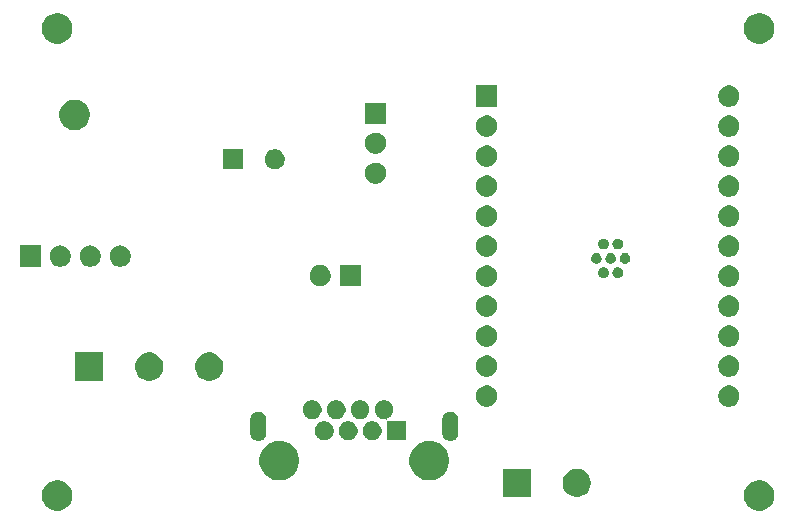
<source format=gbr>
G04 #@! TF.GenerationSoftware,KiCad,Pcbnew,(5.1.6)-1*
G04 #@! TF.CreationDate,2021-01-04T14:23:14-06:00*
G04 #@! TF.ProjectId,SimpleBuildSoundsAmp,53696d70-6c65-4427-9569-6c64536f756e,rev?*
G04 #@! TF.SameCoordinates,Original*
G04 #@! TF.FileFunction,Soldermask,Top*
G04 #@! TF.FilePolarity,Negative*
%FSLAX46Y46*%
G04 Gerber Fmt 4.6, Leading zero omitted, Abs format (unit mm)*
G04 Created by KiCad (PCBNEW (5.1.6)-1) date 2021-01-04 14:23:14*
%MOMM*%
%LPD*%
G01*
G04 APERTURE LIST*
%ADD10C,0.100000*%
G04 APERTURE END LIST*
D10*
G36*
X198499487Y-89871496D02*
G01*
X198736253Y-89969568D01*
X198736255Y-89969569D01*
X198949339Y-90111947D01*
X199130553Y-90293161D01*
X199200789Y-90398276D01*
X199272932Y-90506247D01*
X199371004Y-90743013D01*
X199421000Y-90994361D01*
X199421000Y-91250639D01*
X199371004Y-91501987D01*
X199272932Y-91738753D01*
X199272931Y-91738755D01*
X199130553Y-91951839D01*
X198949339Y-92133053D01*
X198736255Y-92275431D01*
X198736254Y-92275432D01*
X198736253Y-92275432D01*
X198499487Y-92373504D01*
X198248139Y-92423500D01*
X197991861Y-92423500D01*
X197740513Y-92373504D01*
X197503747Y-92275432D01*
X197503746Y-92275432D01*
X197503745Y-92275431D01*
X197290661Y-92133053D01*
X197109447Y-91951839D01*
X196967069Y-91738755D01*
X196967068Y-91738753D01*
X196868996Y-91501987D01*
X196819000Y-91250639D01*
X196819000Y-90994361D01*
X196868996Y-90743013D01*
X196967068Y-90506247D01*
X197039212Y-90398276D01*
X197109447Y-90293161D01*
X197290661Y-90111947D01*
X197503745Y-89969569D01*
X197503747Y-89969568D01*
X197740513Y-89871496D01*
X197991861Y-89821500D01*
X198248139Y-89821500D01*
X198499487Y-89871496D01*
G37*
G36*
X139063487Y-89871496D02*
G01*
X139300253Y-89969568D01*
X139300255Y-89969569D01*
X139513339Y-90111947D01*
X139694553Y-90293161D01*
X139764789Y-90398276D01*
X139836932Y-90506247D01*
X139935004Y-90743013D01*
X139985000Y-90994361D01*
X139985000Y-91250639D01*
X139935004Y-91501987D01*
X139836932Y-91738753D01*
X139836931Y-91738755D01*
X139694553Y-91951839D01*
X139513339Y-92133053D01*
X139300255Y-92275431D01*
X139300254Y-92275432D01*
X139300253Y-92275432D01*
X139063487Y-92373504D01*
X138812139Y-92423500D01*
X138555861Y-92423500D01*
X138304513Y-92373504D01*
X138067747Y-92275432D01*
X138067746Y-92275432D01*
X138067745Y-92275431D01*
X137854661Y-92133053D01*
X137673447Y-91951839D01*
X137531069Y-91738755D01*
X137531068Y-91738753D01*
X137432996Y-91501987D01*
X137383000Y-91250639D01*
X137383000Y-90994361D01*
X137432996Y-90743013D01*
X137531068Y-90506247D01*
X137603212Y-90398276D01*
X137673447Y-90293161D01*
X137854661Y-90111947D01*
X138067745Y-89969569D01*
X138067747Y-89969568D01*
X138304513Y-89871496D01*
X138555861Y-89821500D01*
X138812139Y-89821500D01*
X139063487Y-89871496D01*
G37*
G36*
X178794000Y-91244000D02*
G01*
X176406000Y-91244000D01*
X176406000Y-88856000D01*
X178794000Y-88856000D01*
X178794000Y-91244000D01*
G37*
G36*
X183028276Y-88901884D02*
G01*
X183245569Y-88991890D01*
X183245571Y-88991891D01*
X183441130Y-89122560D01*
X183607440Y-89288870D01*
X183738110Y-89484431D01*
X183828116Y-89701724D01*
X183874000Y-89932400D01*
X183874000Y-90167600D01*
X183828116Y-90398276D01*
X183738110Y-90615569D01*
X183738109Y-90615571D01*
X183607440Y-90811130D01*
X183441130Y-90977440D01*
X183245571Y-91108109D01*
X183245570Y-91108110D01*
X183245569Y-91108110D01*
X183028276Y-91198116D01*
X182797600Y-91244000D01*
X182562400Y-91244000D01*
X182331724Y-91198116D01*
X182114431Y-91108110D01*
X182114430Y-91108110D01*
X182114429Y-91108109D01*
X181918870Y-90977440D01*
X181752560Y-90811130D01*
X181621891Y-90615571D01*
X181621890Y-90615569D01*
X181531884Y-90398276D01*
X181486000Y-90167600D01*
X181486000Y-89932400D01*
X181531884Y-89701724D01*
X181621890Y-89484431D01*
X181752560Y-89288870D01*
X181918870Y-89122560D01*
X182114429Y-88991891D01*
X182114431Y-88991890D01*
X182331724Y-88901884D01*
X182562400Y-88856000D01*
X182797600Y-88856000D01*
X183028276Y-88901884D01*
G37*
G36*
X157808651Y-86522024D02*
G01*
X157970551Y-86554228D01*
X158275563Y-86680568D01*
X158550067Y-86863986D01*
X158783514Y-87097433D01*
X158966932Y-87371937D01*
X159093272Y-87676949D01*
X159157680Y-88000748D01*
X159157680Y-88330892D01*
X159093272Y-88654691D01*
X158966932Y-88959703D01*
X158783514Y-89234207D01*
X158550067Y-89467654D01*
X158275563Y-89651072D01*
X157970551Y-89777412D01*
X157646753Y-89841820D01*
X157316607Y-89841820D01*
X156992809Y-89777412D01*
X156687797Y-89651072D01*
X156413293Y-89467654D01*
X156179846Y-89234207D01*
X155996428Y-88959703D01*
X155870088Y-88654691D01*
X155805680Y-88330892D01*
X155805680Y-88000748D01*
X155870088Y-87676949D01*
X155996428Y-87371937D01*
X156179846Y-87097433D01*
X156413293Y-86863986D01*
X156687797Y-86680568D01*
X156992809Y-86554228D01*
X157154709Y-86522024D01*
X157316607Y-86489820D01*
X157646753Y-86489820D01*
X157808651Y-86522024D01*
G37*
G36*
X170508651Y-86522024D02*
G01*
X170670551Y-86554228D01*
X170975563Y-86680568D01*
X171250067Y-86863986D01*
X171483514Y-87097433D01*
X171666932Y-87371937D01*
X171793272Y-87676949D01*
X171857680Y-88000748D01*
X171857680Y-88330892D01*
X171793272Y-88654691D01*
X171666932Y-88959703D01*
X171483514Y-89234207D01*
X171250067Y-89467654D01*
X170975563Y-89651072D01*
X170670551Y-89777412D01*
X170346753Y-89841820D01*
X170016607Y-89841820D01*
X169692809Y-89777412D01*
X169387797Y-89651072D01*
X169113293Y-89467654D01*
X168879846Y-89234207D01*
X168696428Y-88959703D01*
X168570088Y-88654691D01*
X168505680Y-88330892D01*
X168505680Y-88000748D01*
X168570088Y-87676949D01*
X168696428Y-87371937D01*
X168879846Y-87097433D01*
X169113293Y-86863986D01*
X169387797Y-86680568D01*
X169692809Y-86554228D01*
X169854709Y-86522024D01*
X170016607Y-86489820D01*
X170346753Y-86489820D01*
X170508651Y-86522024D01*
G37*
G36*
X155835082Y-84041716D02*
G01*
X155963355Y-84080628D01*
X156081574Y-84143817D01*
X156185194Y-84228856D01*
X156270233Y-84332476D01*
X156333422Y-84450695D01*
X156372334Y-84578968D01*
X156382180Y-84678942D01*
X156382180Y-85848798D01*
X156372334Y-85948772D01*
X156333422Y-86077045D01*
X156270233Y-86195264D01*
X156185194Y-86298883D01*
X156081572Y-86383923D01*
X155963354Y-86447112D01*
X155835081Y-86486024D01*
X155701680Y-86499162D01*
X155568278Y-86486024D01*
X155440005Y-86447112D01*
X155321786Y-86383923D01*
X155218167Y-86298884D01*
X155133127Y-86195262D01*
X155069938Y-86077044D01*
X155031026Y-85948771D01*
X155021180Y-85848797D01*
X155021181Y-84678942D01*
X155031027Y-84578968D01*
X155069939Y-84450695D01*
X155133128Y-84332476D01*
X155218167Y-84228856D01*
X155321787Y-84143817D01*
X155440006Y-84080628D01*
X155568279Y-84041716D01*
X155701680Y-84028578D01*
X155835082Y-84041716D01*
G37*
G36*
X172095082Y-84041716D02*
G01*
X172223355Y-84080628D01*
X172341574Y-84143817D01*
X172445194Y-84228856D01*
X172530233Y-84332476D01*
X172593422Y-84450695D01*
X172632334Y-84578968D01*
X172642180Y-84678942D01*
X172642180Y-85848798D01*
X172632334Y-85948772D01*
X172593422Y-86077045D01*
X172530233Y-86195264D01*
X172445194Y-86298883D01*
X172341572Y-86383923D01*
X172223354Y-86447112D01*
X172095081Y-86486024D01*
X171961680Y-86499162D01*
X171828278Y-86486024D01*
X171700005Y-86447112D01*
X171581786Y-86383923D01*
X171478167Y-86298884D01*
X171393127Y-86195262D01*
X171329938Y-86077044D01*
X171291026Y-85948771D01*
X171281180Y-85848797D01*
X171281181Y-84678942D01*
X171291027Y-84578968D01*
X171329939Y-84450695D01*
X171393128Y-84332476D01*
X171478167Y-84228856D01*
X171581787Y-84143817D01*
X171700006Y-84080628D01*
X171828279Y-84041716D01*
X171961680Y-84028578D01*
X172095082Y-84041716D01*
G37*
G36*
X163554622Y-84855601D02*
G01*
X163700394Y-84915982D01*
X163700396Y-84915983D01*
X163831588Y-85003642D01*
X163943158Y-85115212D01*
X164030817Y-85246404D01*
X164030818Y-85246406D01*
X164091199Y-85392178D01*
X164121980Y-85546927D01*
X164121980Y-85704713D01*
X164091199Y-85859462D01*
X164054206Y-85948770D01*
X164030817Y-86005236D01*
X163943158Y-86136428D01*
X163831588Y-86247998D01*
X163700396Y-86335657D01*
X163700395Y-86335658D01*
X163700394Y-86335658D01*
X163554622Y-86396039D01*
X163399873Y-86426820D01*
X163242087Y-86426820D01*
X163087338Y-86396039D01*
X162941566Y-86335658D01*
X162941565Y-86335658D01*
X162941564Y-86335657D01*
X162810372Y-86247998D01*
X162698802Y-86136428D01*
X162611143Y-86005236D01*
X162587754Y-85948770D01*
X162550761Y-85859462D01*
X162519980Y-85704713D01*
X162519980Y-85546927D01*
X162550761Y-85392178D01*
X162611142Y-85246406D01*
X162611143Y-85246404D01*
X162698802Y-85115212D01*
X162810372Y-85003642D01*
X162941564Y-84915983D01*
X162941566Y-84915982D01*
X163087338Y-84855601D01*
X163242087Y-84824820D01*
X163399873Y-84824820D01*
X163554622Y-84855601D01*
G37*
G36*
X161524622Y-84855601D02*
G01*
X161670394Y-84915982D01*
X161670396Y-84915983D01*
X161801588Y-85003642D01*
X161913158Y-85115212D01*
X162000817Y-85246404D01*
X162000818Y-85246406D01*
X162061199Y-85392178D01*
X162091980Y-85546927D01*
X162091980Y-85704713D01*
X162061199Y-85859462D01*
X162024206Y-85948770D01*
X162000817Y-86005236D01*
X161913158Y-86136428D01*
X161801588Y-86247998D01*
X161670396Y-86335657D01*
X161670395Y-86335658D01*
X161670394Y-86335658D01*
X161524622Y-86396039D01*
X161369873Y-86426820D01*
X161212087Y-86426820D01*
X161057338Y-86396039D01*
X160911566Y-86335658D01*
X160911565Y-86335658D01*
X160911564Y-86335657D01*
X160780372Y-86247998D01*
X160668802Y-86136428D01*
X160581143Y-86005236D01*
X160557754Y-85948770D01*
X160520761Y-85859462D01*
X160489980Y-85704713D01*
X160489980Y-85546927D01*
X160520761Y-85392178D01*
X160581142Y-85246406D01*
X160581143Y-85246404D01*
X160668802Y-85115212D01*
X160780372Y-85003642D01*
X160911564Y-84915983D01*
X160911566Y-84915982D01*
X161057338Y-84855601D01*
X161212087Y-84824820D01*
X161369873Y-84824820D01*
X161524622Y-84855601D01*
G37*
G36*
X165584622Y-84855601D02*
G01*
X165730394Y-84915982D01*
X165730396Y-84915983D01*
X165861588Y-85003642D01*
X165973158Y-85115212D01*
X166060817Y-85246404D01*
X166060818Y-85246406D01*
X166121199Y-85392178D01*
X166151980Y-85546927D01*
X166151980Y-85704713D01*
X166121199Y-85859462D01*
X166084206Y-85948770D01*
X166060817Y-86005236D01*
X165973158Y-86136428D01*
X165861588Y-86247998D01*
X165730396Y-86335657D01*
X165730395Y-86335658D01*
X165730394Y-86335658D01*
X165584622Y-86396039D01*
X165429873Y-86426820D01*
X165272087Y-86426820D01*
X165117338Y-86396039D01*
X164971566Y-86335658D01*
X164971565Y-86335658D01*
X164971564Y-86335657D01*
X164840372Y-86247998D01*
X164728802Y-86136428D01*
X164641143Y-86005236D01*
X164617754Y-85948770D01*
X164580761Y-85859462D01*
X164549980Y-85704713D01*
X164549980Y-85546927D01*
X164580761Y-85392178D01*
X164641142Y-85246406D01*
X164641143Y-85246404D01*
X164728802Y-85115212D01*
X164840372Y-85003642D01*
X164971564Y-84915983D01*
X164971566Y-84915982D01*
X165117338Y-84855601D01*
X165272087Y-84824820D01*
X165429873Y-84824820D01*
X165584622Y-84855601D01*
G37*
G36*
X166594622Y-83075601D02*
G01*
X166718183Y-83126782D01*
X166740396Y-83135983D01*
X166871588Y-83223642D01*
X166983158Y-83335212D01*
X167026349Y-83399853D01*
X167070818Y-83466406D01*
X167131199Y-83612178D01*
X167161980Y-83766927D01*
X167161980Y-83924713D01*
X167131199Y-84079462D01*
X167070818Y-84225234D01*
X167070817Y-84225236D01*
X166983158Y-84356428D01*
X166871588Y-84467998D01*
X166740396Y-84555657D01*
X166740395Y-84555658D01*
X166740394Y-84555658D01*
X166671157Y-84584337D01*
X166649546Y-84595888D01*
X166630604Y-84611433D01*
X166615059Y-84630375D01*
X166603508Y-84651986D01*
X166596395Y-84675435D01*
X166593993Y-84699821D01*
X166596395Y-84724207D01*
X166603508Y-84747656D01*
X166615059Y-84769267D01*
X166630604Y-84788209D01*
X166649546Y-84803754D01*
X166671157Y-84815305D01*
X166694606Y-84822418D01*
X166718992Y-84824820D01*
X168181980Y-84824820D01*
X168181980Y-86426820D01*
X166579980Y-86426820D01*
X166579980Y-84771262D01*
X166577578Y-84746876D01*
X166570465Y-84723427D01*
X166558914Y-84701816D01*
X166543369Y-84682874D01*
X166524427Y-84667329D01*
X166502816Y-84655778D01*
X166479367Y-84648665D01*
X166454981Y-84646263D01*
X166449331Y-84646820D01*
X166282087Y-84646820D01*
X166127338Y-84616039D01*
X165981566Y-84555658D01*
X165981565Y-84555658D01*
X165981564Y-84555657D01*
X165850372Y-84467998D01*
X165738802Y-84356428D01*
X165651143Y-84225236D01*
X165651142Y-84225234D01*
X165590761Y-84079462D01*
X165559980Y-83924713D01*
X165559980Y-83766927D01*
X165590761Y-83612178D01*
X165651142Y-83466406D01*
X165695611Y-83399853D01*
X165738802Y-83335212D01*
X165850372Y-83223642D01*
X165981564Y-83135983D01*
X166003777Y-83126782D01*
X166127338Y-83075601D01*
X166282087Y-83044820D01*
X166439873Y-83044820D01*
X166594622Y-83075601D01*
G37*
G36*
X160504622Y-83075601D02*
G01*
X160628183Y-83126782D01*
X160650396Y-83135983D01*
X160781588Y-83223642D01*
X160893158Y-83335212D01*
X160936349Y-83399853D01*
X160980818Y-83466406D01*
X161041199Y-83612178D01*
X161071980Y-83766927D01*
X161071980Y-83924713D01*
X161041199Y-84079462D01*
X160980818Y-84225234D01*
X160980817Y-84225236D01*
X160893158Y-84356428D01*
X160781588Y-84467998D01*
X160650396Y-84555657D01*
X160650395Y-84555658D01*
X160650394Y-84555658D01*
X160504622Y-84616039D01*
X160349873Y-84646820D01*
X160192087Y-84646820D01*
X160037338Y-84616039D01*
X159891566Y-84555658D01*
X159891565Y-84555658D01*
X159891564Y-84555657D01*
X159760372Y-84467998D01*
X159648802Y-84356428D01*
X159561143Y-84225236D01*
X159561142Y-84225234D01*
X159500761Y-84079462D01*
X159469980Y-83924713D01*
X159469980Y-83766927D01*
X159500761Y-83612178D01*
X159561142Y-83466406D01*
X159605611Y-83399853D01*
X159648802Y-83335212D01*
X159760372Y-83223642D01*
X159891564Y-83135983D01*
X159913777Y-83126782D01*
X160037338Y-83075601D01*
X160192087Y-83044820D01*
X160349873Y-83044820D01*
X160504622Y-83075601D01*
G37*
G36*
X164564622Y-83075601D02*
G01*
X164688183Y-83126782D01*
X164710396Y-83135983D01*
X164841588Y-83223642D01*
X164953158Y-83335212D01*
X164996349Y-83399853D01*
X165040818Y-83466406D01*
X165101199Y-83612178D01*
X165131980Y-83766927D01*
X165131980Y-83924713D01*
X165101199Y-84079462D01*
X165040818Y-84225234D01*
X165040817Y-84225236D01*
X164953158Y-84356428D01*
X164841588Y-84467998D01*
X164710396Y-84555657D01*
X164710395Y-84555658D01*
X164710394Y-84555658D01*
X164564622Y-84616039D01*
X164409873Y-84646820D01*
X164252087Y-84646820D01*
X164097338Y-84616039D01*
X163951566Y-84555658D01*
X163951565Y-84555658D01*
X163951564Y-84555657D01*
X163820372Y-84467998D01*
X163708802Y-84356428D01*
X163621143Y-84225236D01*
X163621142Y-84225234D01*
X163560761Y-84079462D01*
X163529980Y-83924713D01*
X163529980Y-83766927D01*
X163560761Y-83612178D01*
X163621142Y-83466406D01*
X163665611Y-83399853D01*
X163708802Y-83335212D01*
X163820372Y-83223642D01*
X163951564Y-83135983D01*
X163973777Y-83126782D01*
X164097338Y-83075601D01*
X164252087Y-83044820D01*
X164409873Y-83044820D01*
X164564622Y-83075601D01*
G37*
G36*
X162534622Y-83075601D02*
G01*
X162658183Y-83126782D01*
X162680396Y-83135983D01*
X162811588Y-83223642D01*
X162923158Y-83335212D01*
X162966349Y-83399853D01*
X163010818Y-83466406D01*
X163071199Y-83612178D01*
X163101980Y-83766927D01*
X163101980Y-83924713D01*
X163071199Y-84079462D01*
X163010818Y-84225234D01*
X163010817Y-84225236D01*
X162923158Y-84356428D01*
X162811588Y-84467998D01*
X162680396Y-84555657D01*
X162680395Y-84555658D01*
X162680394Y-84555658D01*
X162534622Y-84616039D01*
X162379873Y-84646820D01*
X162222087Y-84646820D01*
X162067338Y-84616039D01*
X161921566Y-84555658D01*
X161921565Y-84555658D01*
X161921564Y-84555657D01*
X161790372Y-84467998D01*
X161678802Y-84356428D01*
X161591143Y-84225236D01*
X161591142Y-84225234D01*
X161530761Y-84079462D01*
X161499980Y-83924713D01*
X161499980Y-83766927D01*
X161530761Y-83612178D01*
X161591142Y-83466406D01*
X161635611Y-83399853D01*
X161678802Y-83335212D01*
X161790372Y-83223642D01*
X161921564Y-83135983D01*
X161943777Y-83126782D01*
X162067338Y-83075601D01*
X162222087Y-83044820D01*
X162379873Y-83044820D01*
X162534622Y-83075601D01*
G37*
G36*
X175163512Y-81803927D02*
G01*
X175312812Y-81833624D01*
X175476784Y-81901544D01*
X175624354Y-82000147D01*
X175749853Y-82125646D01*
X175848456Y-82273216D01*
X175916376Y-82437188D01*
X175951000Y-82611259D01*
X175951000Y-82788741D01*
X175916376Y-82962812D01*
X175848456Y-83126784D01*
X175749853Y-83274354D01*
X175624354Y-83399853D01*
X175476784Y-83498456D01*
X175312812Y-83566376D01*
X175163512Y-83596073D01*
X175138742Y-83601000D01*
X174961258Y-83601000D01*
X174936488Y-83596073D01*
X174787188Y-83566376D01*
X174623216Y-83498456D01*
X174475646Y-83399853D01*
X174350147Y-83274354D01*
X174251544Y-83126784D01*
X174183624Y-82962812D01*
X174149000Y-82788741D01*
X174149000Y-82611259D01*
X174183624Y-82437188D01*
X174251544Y-82273216D01*
X174350147Y-82125646D01*
X174475646Y-82000147D01*
X174623216Y-81901544D01*
X174787188Y-81833624D01*
X174936488Y-81803927D01*
X174961258Y-81799000D01*
X175138742Y-81799000D01*
X175163512Y-81803927D01*
G37*
G36*
X195663512Y-81803927D02*
G01*
X195812812Y-81833624D01*
X195976784Y-81901544D01*
X196124354Y-82000147D01*
X196249853Y-82125646D01*
X196348456Y-82273216D01*
X196416376Y-82437188D01*
X196451000Y-82611259D01*
X196451000Y-82788741D01*
X196416376Y-82962812D01*
X196348456Y-83126784D01*
X196249853Y-83274354D01*
X196124354Y-83399853D01*
X195976784Y-83498456D01*
X195812812Y-83566376D01*
X195663512Y-83596073D01*
X195638742Y-83601000D01*
X195461258Y-83601000D01*
X195436488Y-83596073D01*
X195287188Y-83566376D01*
X195123216Y-83498456D01*
X194975646Y-83399853D01*
X194850147Y-83274354D01*
X194751544Y-83126784D01*
X194683624Y-82962812D01*
X194649000Y-82788741D01*
X194649000Y-82611259D01*
X194683624Y-82437188D01*
X194751544Y-82273216D01*
X194850147Y-82125646D01*
X194975646Y-82000147D01*
X195123216Y-81901544D01*
X195287188Y-81833624D01*
X195436488Y-81803927D01*
X195461258Y-81799000D01*
X195638742Y-81799000D01*
X195663512Y-81803927D01*
G37*
G36*
X151922776Y-79052384D02*
G01*
X152140069Y-79142390D01*
X152140071Y-79142391D01*
X152335630Y-79273060D01*
X152501940Y-79439370D01*
X152599680Y-79585647D01*
X152632610Y-79634931D01*
X152722616Y-79852224D01*
X152768500Y-80082900D01*
X152768500Y-80318100D01*
X152722616Y-80548776D01*
X152645747Y-80734353D01*
X152632609Y-80766071D01*
X152501940Y-80961630D01*
X152335630Y-81127940D01*
X152140071Y-81258609D01*
X152140070Y-81258610D01*
X152140069Y-81258610D01*
X151922776Y-81348616D01*
X151692100Y-81394500D01*
X151456900Y-81394500D01*
X151226224Y-81348616D01*
X151008931Y-81258610D01*
X151008930Y-81258610D01*
X151008929Y-81258609D01*
X150813370Y-81127940D01*
X150647060Y-80961630D01*
X150516391Y-80766071D01*
X150503253Y-80734353D01*
X150426384Y-80548776D01*
X150380500Y-80318100D01*
X150380500Y-80082900D01*
X150426384Y-79852224D01*
X150516390Y-79634931D01*
X150549321Y-79585647D01*
X150647060Y-79439370D01*
X150813370Y-79273060D01*
X151008929Y-79142391D01*
X151008931Y-79142390D01*
X151226224Y-79052384D01*
X151456900Y-79006500D01*
X151692100Y-79006500D01*
X151922776Y-79052384D01*
G37*
G36*
X142608500Y-81394500D02*
G01*
X140220500Y-81394500D01*
X140220500Y-79006500D01*
X142608500Y-79006500D01*
X142608500Y-81394500D01*
G37*
G36*
X146842776Y-79052384D02*
G01*
X147060069Y-79142390D01*
X147060071Y-79142391D01*
X147255630Y-79273060D01*
X147421940Y-79439370D01*
X147519680Y-79585647D01*
X147552610Y-79634931D01*
X147642616Y-79852224D01*
X147688500Y-80082900D01*
X147688500Y-80318100D01*
X147642616Y-80548776D01*
X147565747Y-80734353D01*
X147552609Y-80766071D01*
X147421940Y-80961630D01*
X147255630Y-81127940D01*
X147060071Y-81258609D01*
X147060070Y-81258610D01*
X147060069Y-81258610D01*
X146842776Y-81348616D01*
X146612100Y-81394500D01*
X146376900Y-81394500D01*
X146146224Y-81348616D01*
X145928931Y-81258610D01*
X145928930Y-81258610D01*
X145928929Y-81258609D01*
X145733370Y-81127940D01*
X145567060Y-80961630D01*
X145436391Y-80766071D01*
X145423253Y-80734353D01*
X145346384Y-80548776D01*
X145300500Y-80318100D01*
X145300500Y-80082900D01*
X145346384Y-79852224D01*
X145436390Y-79634931D01*
X145469321Y-79585647D01*
X145567060Y-79439370D01*
X145733370Y-79273060D01*
X145928929Y-79142391D01*
X145928931Y-79142390D01*
X146146224Y-79052384D01*
X146376900Y-79006500D01*
X146612100Y-79006500D01*
X146842776Y-79052384D01*
G37*
G36*
X195663512Y-79263927D02*
G01*
X195812812Y-79293624D01*
X195976784Y-79361544D01*
X196124354Y-79460147D01*
X196249853Y-79585646D01*
X196348456Y-79733216D01*
X196416376Y-79897188D01*
X196451000Y-80071259D01*
X196451000Y-80248741D01*
X196416376Y-80422812D01*
X196348456Y-80586784D01*
X196249853Y-80734354D01*
X196124354Y-80859853D01*
X195976784Y-80958456D01*
X195812812Y-81026376D01*
X195663512Y-81056073D01*
X195638742Y-81061000D01*
X195461258Y-81061000D01*
X195436488Y-81056073D01*
X195287188Y-81026376D01*
X195123216Y-80958456D01*
X194975646Y-80859853D01*
X194850147Y-80734354D01*
X194751544Y-80586784D01*
X194683624Y-80422812D01*
X194649000Y-80248741D01*
X194649000Y-80071259D01*
X194683624Y-79897188D01*
X194751544Y-79733216D01*
X194850147Y-79585646D01*
X194975646Y-79460147D01*
X195123216Y-79361544D01*
X195287188Y-79293624D01*
X195436488Y-79263927D01*
X195461258Y-79259000D01*
X195638742Y-79259000D01*
X195663512Y-79263927D01*
G37*
G36*
X175163512Y-79263927D02*
G01*
X175312812Y-79293624D01*
X175476784Y-79361544D01*
X175624354Y-79460147D01*
X175749853Y-79585646D01*
X175848456Y-79733216D01*
X175916376Y-79897188D01*
X175951000Y-80071259D01*
X175951000Y-80248741D01*
X175916376Y-80422812D01*
X175848456Y-80586784D01*
X175749853Y-80734354D01*
X175624354Y-80859853D01*
X175476784Y-80958456D01*
X175312812Y-81026376D01*
X175163512Y-81056073D01*
X175138742Y-81061000D01*
X174961258Y-81061000D01*
X174936488Y-81056073D01*
X174787188Y-81026376D01*
X174623216Y-80958456D01*
X174475646Y-80859853D01*
X174350147Y-80734354D01*
X174251544Y-80586784D01*
X174183624Y-80422812D01*
X174149000Y-80248741D01*
X174149000Y-80071259D01*
X174183624Y-79897188D01*
X174251544Y-79733216D01*
X174350147Y-79585646D01*
X174475646Y-79460147D01*
X174623216Y-79361544D01*
X174787188Y-79293624D01*
X174936488Y-79263927D01*
X174961258Y-79259000D01*
X175138742Y-79259000D01*
X175163512Y-79263927D01*
G37*
G36*
X195663512Y-76723927D02*
G01*
X195812812Y-76753624D01*
X195976784Y-76821544D01*
X196124354Y-76920147D01*
X196249853Y-77045646D01*
X196348456Y-77193216D01*
X196416376Y-77357188D01*
X196451000Y-77531259D01*
X196451000Y-77708741D01*
X196416376Y-77882812D01*
X196348456Y-78046784D01*
X196249853Y-78194354D01*
X196124354Y-78319853D01*
X195976784Y-78418456D01*
X195812812Y-78486376D01*
X195663512Y-78516073D01*
X195638742Y-78521000D01*
X195461258Y-78521000D01*
X195436488Y-78516073D01*
X195287188Y-78486376D01*
X195123216Y-78418456D01*
X194975646Y-78319853D01*
X194850147Y-78194354D01*
X194751544Y-78046784D01*
X194683624Y-77882812D01*
X194649000Y-77708741D01*
X194649000Y-77531259D01*
X194683624Y-77357188D01*
X194751544Y-77193216D01*
X194850147Y-77045646D01*
X194975646Y-76920147D01*
X195123216Y-76821544D01*
X195287188Y-76753624D01*
X195436488Y-76723927D01*
X195461258Y-76719000D01*
X195638742Y-76719000D01*
X195663512Y-76723927D01*
G37*
G36*
X175163512Y-76723927D02*
G01*
X175312812Y-76753624D01*
X175476784Y-76821544D01*
X175624354Y-76920147D01*
X175749853Y-77045646D01*
X175848456Y-77193216D01*
X175916376Y-77357188D01*
X175951000Y-77531259D01*
X175951000Y-77708741D01*
X175916376Y-77882812D01*
X175848456Y-78046784D01*
X175749853Y-78194354D01*
X175624354Y-78319853D01*
X175476784Y-78418456D01*
X175312812Y-78486376D01*
X175163512Y-78516073D01*
X175138742Y-78521000D01*
X174961258Y-78521000D01*
X174936488Y-78516073D01*
X174787188Y-78486376D01*
X174623216Y-78418456D01*
X174475646Y-78319853D01*
X174350147Y-78194354D01*
X174251544Y-78046784D01*
X174183624Y-77882812D01*
X174149000Y-77708741D01*
X174149000Y-77531259D01*
X174183624Y-77357188D01*
X174251544Y-77193216D01*
X174350147Y-77045646D01*
X174475646Y-76920147D01*
X174623216Y-76821544D01*
X174787188Y-76753624D01*
X174936488Y-76723927D01*
X174961258Y-76719000D01*
X175138742Y-76719000D01*
X175163512Y-76723927D01*
G37*
G36*
X195663512Y-74183927D02*
G01*
X195812812Y-74213624D01*
X195976784Y-74281544D01*
X196124354Y-74380147D01*
X196249853Y-74505646D01*
X196348456Y-74653216D01*
X196416376Y-74817188D01*
X196451000Y-74991259D01*
X196451000Y-75168741D01*
X196416376Y-75342812D01*
X196348456Y-75506784D01*
X196249853Y-75654354D01*
X196124354Y-75779853D01*
X195976784Y-75878456D01*
X195812812Y-75946376D01*
X195663512Y-75976073D01*
X195638742Y-75981000D01*
X195461258Y-75981000D01*
X195436488Y-75976073D01*
X195287188Y-75946376D01*
X195123216Y-75878456D01*
X194975646Y-75779853D01*
X194850147Y-75654354D01*
X194751544Y-75506784D01*
X194683624Y-75342812D01*
X194649000Y-75168741D01*
X194649000Y-74991259D01*
X194683624Y-74817188D01*
X194751544Y-74653216D01*
X194850147Y-74505646D01*
X194975646Y-74380147D01*
X195123216Y-74281544D01*
X195287188Y-74213624D01*
X195436488Y-74183927D01*
X195461258Y-74179000D01*
X195638742Y-74179000D01*
X195663512Y-74183927D01*
G37*
G36*
X175163512Y-74183927D02*
G01*
X175312812Y-74213624D01*
X175476784Y-74281544D01*
X175624354Y-74380147D01*
X175749853Y-74505646D01*
X175848456Y-74653216D01*
X175916376Y-74817188D01*
X175951000Y-74991259D01*
X175951000Y-75168741D01*
X175916376Y-75342812D01*
X175848456Y-75506784D01*
X175749853Y-75654354D01*
X175624354Y-75779853D01*
X175476784Y-75878456D01*
X175312812Y-75946376D01*
X175163512Y-75976073D01*
X175138742Y-75981000D01*
X174961258Y-75981000D01*
X174936488Y-75976073D01*
X174787188Y-75946376D01*
X174623216Y-75878456D01*
X174475646Y-75779853D01*
X174350147Y-75654354D01*
X174251544Y-75506784D01*
X174183624Y-75342812D01*
X174149000Y-75168741D01*
X174149000Y-74991259D01*
X174183624Y-74817188D01*
X174251544Y-74653216D01*
X174350147Y-74505646D01*
X174475646Y-74380147D01*
X174623216Y-74281544D01*
X174787188Y-74213624D01*
X174936488Y-74183927D01*
X174961258Y-74179000D01*
X175138742Y-74179000D01*
X175163512Y-74183927D01*
G37*
G36*
X195663512Y-71643927D02*
G01*
X195812812Y-71673624D01*
X195976784Y-71741544D01*
X196124354Y-71840147D01*
X196249853Y-71965646D01*
X196348456Y-72113216D01*
X196416376Y-72277188D01*
X196443044Y-72411259D01*
X196451000Y-72451258D01*
X196451000Y-72628742D01*
X196446073Y-72653512D01*
X196416376Y-72802812D01*
X196348456Y-72966784D01*
X196249853Y-73114354D01*
X196124354Y-73239853D01*
X195976784Y-73338456D01*
X195812812Y-73406376D01*
X195663512Y-73436073D01*
X195638742Y-73441000D01*
X195461258Y-73441000D01*
X195436488Y-73436073D01*
X195287188Y-73406376D01*
X195123216Y-73338456D01*
X194975646Y-73239853D01*
X194850147Y-73114354D01*
X194751544Y-72966784D01*
X194683624Y-72802812D01*
X194653927Y-72653512D01*
X194649000Y-72628742D01*
X194649000Y-72451258D01*
X194656956Y-72411259D01*
X194683624Y-72277188D01*
X194751544Y-72113216D01*
X194850147Y-71965646D01*
X194975646Y-71840147D01*
X195123216Y-71741544D01*
X195287188Y-71673624D01*
X195436488Y-71643927D01*
X195461258Y-71639000D01*
X195638742Y-71639000D01*
X195663512Y-71643927D01*
G37*
G36*
X175163512Y-71643927D02*
G01*
X175312812Y-71673624D01*
X175476784Y-71741544D01*
X175624354Y-71840147D01*
X175749853Y-71965646D01*
X175848456Y-72113216D01*
X175916376Y-72277188D01*
X175943044Y-72411259D01*
X175951000Y-72451258D01*
X175951000Y-72628742D01*
X175946073Y-72653512D01*
X175916376Y-72802812D01*
X175848456Y-72966784D01*
X175749853Y-73114354D01*
X175624354Y-73239853D01*
X175476784Y-73338456D01*
X175312812Y-73406376D01*
X175163512Y-73436073D01*
X175138742Y-73441000D01*
X174961258Y-73441000D01*
X174936488Y-73436073D01*
X174787188Y-73406376D01*
X174623216Y-73338456D01*
X174475646Y-73239853D01*
X174350147Y-73114354D01*
X174251544Y-72966784D01*
X174183624Y-72802812D01*
X174153927Y-72653512D01*
X174149000Y-72628742D01*
X174149000Y-72451258D01*
X174156956Y-72411259D01*
X174183624Y-72277188D01*
X174251544Y-72113216D01*
X174350147Y-71965646D01*
X174475646Y-71840147D01*
X174623216Y-71741544D01*
X174787188Y-71673624D01*
X174936488Y-71643927D01*
X174961258Y-71639000D01*
X175138742Y-71639000D01*
X175163512Y-71643927D01*
G37*
G36*
X164401000Y-73401000D02*
G01*
X162599000Y-73401000D01*
X162599000Y-71599000D01*
X164401000Y-71599000D01*
X164401000Y-73401000D01*
G37*
G36*
X161073512Y-71603927D02*
G01*
X161222812Y-71633624D01*
X161386784Y-71701544D01*
X161534354Y-71800147D01*
X161659853Y-71925646D01*
X161758456Y-72073216D01*
X161826376Y-72237188D01*
X161861000Y-72411259D01*
X161861000Y-72588741D01*
X161826376Y-72762812D01*
X161758456Y-72926784D01*
X161659853Y-73074354D01*
X161534354Y-73199853D01*
X161386784Y-73298456D01*
X161222812Y-73366376D01*
X161073512Y-73396073D01*
X161048742Y-73401000D01*
X160871258Y-73401000D01*
X160846488Y-73396073D01*
X160697188Y-73366376D01*
X160533216Y-73298456D01*
X160385646Y-73199853D01*
X160260147Y-73074354D01*
X160161544Y-72926784D01*
X160093624Y-72762812D01*
X160059000Y-72588741D01*
X160059000Y-72411259D01*
X160093624Y-72237188D01*
X160161544Y-72073216D01*
X160260147Y-71925646D01*
X160385646Y-71800147D01*
X160533216Y-71701544D01*
X160697188Y-71633624D01*
X160846488Y-71603927D01*
X160871258Y-71599000D01*
X161048742Y-71599000D01*
X161073512Y-71603927D01*
G37*
G36*
X185075127Y-71804181D02*
G01*
X185157202Y-71838178D01*
X185157204Y-71838179D01*
X185194388Y-71863025D01*
X185231070Y-71887535D01*
X185293890Y-71950355D01*
X185343247Y-72024223D01*
X185377244Y-72106298D01*
X185394575Y-72193429D01*
X185394575Y-72282271D01*
X185377244Y-72369402D01*
X185343247Y-72451477D01*
X185293890Y-72525345D01*
X185231070Y-72588165D01*
X185230206Y-72588742D01*
X185157204Y-72637521D01*
X185157203Y-72637522D01*
X185157202Y-72637522D01*
X185075127Y-72671519D01*
X184987996Y-72688850D01*
X184899154Y-72688850D01*
X184812023Y-72671519D01*
X184729948Y-72637522D01*
X184729947Y-72637522D01*
X184729946Y-72637521D01*
X184656944Y-72588742D01*
X184656080Y-72588165D01*
X184593260Y-72525345D01*
X184543903Y-72451477D01*
X184509906Y-72369402D01*
X184492575Y-72282271D01*
X184492575Y-72193429D01*
X184509906Y-72106298D01*
X184543903Y-72024223D01*
X184593260Y-71950355D01*
X184656080Y-71887535D01*
X184692762Y-71863025D01*
X184729946Y-71838179D01*
X184729948Y-71838178D01*
X184812023Y-71804181D01*
X184899154Y-71786850D01*
X184987996Y-71786850D01*
X185075127Y-71804181D01*
G37*
G36*
X186287977Y-71804181D02*
G01*
X186370052Y-71838178D01*
X186370054Y-71838179D01*
X186407238Y-71863025D01*
X186443920Y-71887535D01*
X186506740Y-71950355D01*
X186556097Y-72024223D01*
X186590094Y-72106298D01*
X186607425Y-72193429D01*
X186607425Y-72282271D01*
X186590094Y-72369402D01*
X186556097Y-72451477D01*
X186506740Y-72525345D01*
X186443920Y-72588165D01*
X186443056Y-72588742D01*
X186370054Y-72637521D01*
X186370053Y-72637522D01*
X186370052Y-72637522D01*
X186287977Y-72671519D01*
X186200846Y-72688850D01*
X186112004Y-72688850D01*
X186024873Y-72671519D01*
X185942798Y-72637522D01*
X185942797Y-72637522D01*
X185942796Y-72637521D01*
X185869794Y-72588742D01*
X185868930Y-72588165D01*
X185806110Y-72525345D01*
X185756753Y-72451477D01*
X185722756Y-72369402D01*
X185705425Y-72282271D01*
X185705425Y-72193429D01*
X185722756Y-72106298D01*
X185756753Y-72024223D01*
X185806110Y-71950355D01*
X185868930Y-71887535D01*
X185905612Y-71863025D01*
X185942796Y-71838179D01*
X185942798Y-71838178D01*
X186024873Y-71804181D01*
X186112004Y-71786850D01*
X186200846Y-71786850D01*
X186287977Y-71804181D01*
G37*
G36*
X144133512Y-69953927D02*
G01*
X144282812Y-69983624D01*
X144446784Y-70051544D01*
X144594354Y-70150147D01*
X144719853Y-70275646D01*
X144818456Y-70423216D01*
X144886376Y-70587188D01*
X144921000Y-70761259D01*
X144921000Y-70938741D01*
X144886376Y-71112812D01*
X144818456Y-71276784D01*
X144719853Y-71424354D01*
X144594354Y-71549853D01*
X144446784Y-71648456D01*
X144282812Y-71716376D01*
X144133512Y-71746073D01*
X144108742Y-71751000D01*
X143931258Y-71751000D01*
X143906488Y-71746073D01*
X143757188Y-71716376D01*
X143593216Y-71648456D01*
X143445646Y-71549853D01*
X143320147Y-71424354D01*
X143221544Y-71276784D01*
X143153624Y-71112812D01*
X143119000Y-70938741D01*
X143119000Y-70761259D01*
X143153624Y-70587188D01*
X143221544Y-70423216D01*
X143320147Y-70275646D01*
X143445646Y-70150147D01*
X143593216Y-70051544D01*
X143757188Y-69983624D01*
X143906488Y-69953927D01*
X143931258Y-69949000D01*
X144108742Y-69949000D01*
X144133512Y-69953927D01*
G37*
G36*
X137301000Y-71751000D02*
G01*
X135499000Y-71751000D01*
X135499000Y-69949000D01*
X137301000Y-69949000D01*
X137301000Y-71751000D01*
G37*
G36*
X139053512Y-69953927D02*
G01*
X139202812Y-69983624D01*
X139366784Y-70051544D01*
X139514354Y-70150147D01*
X139639853Y-70275646D01*
X139738456Y-70423216D01*
X139806376Y-70587188D01*
X139841000Y-70761259D01*
X139841000Y-70938741D01*
X139806376Y-71112812D01*
X139738456Y-71276784D01*
X139639853Y-71424354D01*
X139514354Y-71549853D01*
X139366784Y-71648456D01*
X139202812Y-71716376D01*
X139053512Y-71746073D01*
X139028742Y-71751000D01*
X138851258Y-71751000D01*
X138826488Y-71746073D01*
X138677188Y-71716376D01*
X138513216Y-71648456D01*
X138365646Y-71549853D01*
X138240147Y-71424354D01*
X138141544Y-71276784D01*
X138073624Y-71112812D01*
X138039000Y-70938741D01*
X138039000Y-70761259D01*
X138073624Y-70587188D01*
X138141544Y-70423216D01*
X138240147Y-70275646D01*
X138365646Y-70150147D01*
X138513216Y-70051544D01*
X138677188Y-69983624D01*
X138826488Y-69953927D01*
X138851258Y-69949000D01*
X139028742Y-69949000D01*
X139053512Y-69953927D01*
G37*
G36*
X141593512Y-69953927D02*
G01*
X141742812Y-69983624D01*
X141906784Y-70051544D01*
X142054354Y-70150147D01*
X142179853Y-70275646D01*
X142278456Y-70423216D01*
X142346376Y-70587188D01*
X142381000Y-70761259D01*
X142381000Y-70938741D01*
X142346376Y-71112812D01*
X142278456Y-71276784D01*
X142179853Y-71424354D01*
X142054354Y-71549853D01*
X141906784Y-71648456D01*
X141742812Y-71716376D01*
X141593512Y-71746073D01*
X141568742Y-71751000D01*
X141391258Y-71751000D01*
X141366488Y-71746073D01*
X141217188Y-71716376D01*
X141053216Y-71648456D01*
X140905646Y-71549853D01*
X140780147Y-71424354D01*
X140681544Y-71276784D01*
X140613624Y-71112812D01*
X140579000Y-70938741D01*
X140579000Y-70761259D01*
X140613624Y-70587188D01*
X140681544Y-70423216D01*
X140780147Y-70275646D01*
X140905646Y-70150147D01*
X141053216Y-70051544D01*
X141217188Y-69983624D01*
X141366488Y-69953927D01*
X141391258Y-69949000D01*
X141568742Y-69949000D01*
X141593512Y-69953927D01*
G37*
G36*
X185681552Y-70591331D02*
G01*
X185763627Y-70625328D01*
X185763629Y-70625329D01*
X185800813Y-70650175D01*
X185837495Y-70674685D01*
X185900315Y-70737505D01*
X185949672Y-70811373D01*
X185983669Y-70893448D01*
X186001000Y-70980579D01*
X186001000Y-71069421D01*
X185983669Y-71156552D01*
X185949672Y-71238627D01*
X185949671Y-71238629D01*
X185900314Y-71312496D01*
X185837496Y-71375314D01*
X185763629Y-71424671D01*
X185763628Y-71424672D01*
X185763627Y-71424672D01*
X185681552Y-71458669D01*
X185594421Y-71476000D01*
X185505579Y-71476000D01*
X185418448Y-71458669D01*
X185336373Y-71424672D01*
X185336372Y-71424672D01*
X185336371Y-71424671D01*
X185262504Y-71375314D01*
X185199686Y-71312496D01*
X185150329Y-71238629D01*
X185150328Y-71238627D01*
X185116331Y-71156552D01*
X185099000Y-71069421D01*
X185099000Y-70980579D01*
X185116331Y-70893448D01*
X185150328Y-70811373D01*
X185199685Y-70737505D01*
X185262505Y-70674685D01*
X185299187Y-70650175D01*
X185336371Y-70625329D01*
X185336373Y-70625328D01*
X185418448Y-70591331D01*
X185505579Y-70574000D01*
X185594421Y-70574000D01*
X185681552Y-70591331D01*
G37*
G36*
X186894402Y-70591331D02*
G01*
X186976477Y-70625328D01*
X186976479Y-70625329D01*
X187013663Y-70650175D01*
X187050345Y-70674685D01*
X187113165Y-70737505D01*
X187162522Y-70811373D01*
X187196519Y-70893448D01*
X187213850Y-70980579D01*
X187213850Y-71069421D01*
X187196519Y-71156552D01*
X187162522Y-71238627D01*
X187162521Y-71238629D01*
X187113164Y-71312496D01*
X187050346Y-71375314D01*
X186976479Y-71424671D01*
X186976478Y-71424672D01*
X186976477Y-71424672D01*
X186894402Y-71458669D01*
X186807271Y-71476000D01*
X186718429Y-71476000D01*
X186631298Y-71458669D01*
X186549223Y-71424672D01*
X186549222Y-71424672D01*
X186549221Y-71424671D01*
X186475354Y-71375314D01*
X186412536Y-71312496D01*
X186363179Y-71238629D01*
X186363178Y-71238627D01*
X186329181Y-71156552D01*
X186311850Y-71069421D01*
X186311850Y-70980579D01*
X186329181Y-70893448D01*
X186363178Y-70811373D01*
X186412535Y-70737505D01*
X186475355Y-70674685D01*
X186512037Y-70650175D01*
X186549221Y-70625329D01*
X186549223Y-70625328D01*
X186631298Y-70591331D01*
X186718429Y-70574000D01*
X186807271Y-70574000D01*
X186894402Y-70591331D01*
G37*
G36*
X184468702Y-70591331D02*
G01*
X184550777Y-70625328D01*
X184550779Y-70625329D01*
X184587963Y-70650175D01*
X184624645Y-70674685D01*
X184687465Y-70737505D01*
X184736822Y-70811373D01*
X184770819Y-70893448D01*
X184788150Y-70980579D01*
X184788150Y-71069421D01*
X184770819Y-71156552D01*
X184736822Y-71238627D01*
X184736821Y-71238629D01*
X184687464Y-71312496D01*
X184624646Y-71375314D01*
X184550779Y-71424671D01*
X184550778Y-71424672D01*
X184550777Y-71424672D01*
X184468702Y-71458669D01*
X184381571Y-71476000D01*
X184292729Y-71476000D01*
X184205598Y-71458669D01*
X184123523Y-71424672D01*
X184123522Y-71424672D01*
X184123521Y-71424671D01*
X184049654Y-71375314D01*
X183986836Y-71312496D01*
X183937479Y-71238629D01*
X183937478Y-71238627D01*
X183903481Y-71156552D01*
X183886150Y-71069421D01*
X183886150Y-70980579D01*
X183903481Y-70893448D01*
X183937478Y-70811373D01*
X183986835Y-70737505D01*
X184049655Y-70674685D01*
X184086337Y-70650175D01*
X184123521Y-70625329D01*
X184123523Y-70625328D01*
X184205598Y-70591331D01*
X184292729Y-70574000D01*
X184381571Y-70574000D01*
X184468702Y-70591331D01*
G37*
G36*
X195663512Y-69103927D02*
G01*
X195812812Y-69133624D01*
X195976784Y-69201544D01*
X196124354Y-69300147D01*
X196249853Y-69425646D01*
X196348456Y-69573216D01*
X196416376Y-69737188D01*
X196451000Y-69911259D01*
X196451000Y-70088741D01*
X196416376Y-70262812D01*
X196348456Y-70426784D01*
X196249853Y-70574354D01*
X196124354Y-70699853D01*
X195976784Y-70798456D01*
X195812812Y-70866376D01*
X195676708Y-70893448D01*
X195638742Y-70901000D01*
X195461258Y-70901000D01*
X195423292Y-70893448D01*
X195287188Y-70866376D01*
X195123216Y-70798456D01*
X194975646Y-70699853D01*
X194850147Y-70574354D01*
X194751544Y-70426784D01*
X194683624Y-70262812D01*
X194649000Y-70088741D01*
X194649000Y-69911259D01*
X194683624Y-69737188D01*
X194751544Y-69573216D01*
X194850147Y-69425646D01*
X194975646Y-69300147D01*
X195123216Y-69201544D01*
X195287188Y-69133624D01*
X195436488Y-69103927D01*
X195461258Y-69099000D01*
X195638742Y-69099000D01*
X195663512Y-69103927D01*
G37*
G36*
X175163512Y-69103927D02*
G01*
X175312812Y-69133624D01*
X175476784Y-69201544D01*
X175624354Y-69300147D01*
X175749853Y-69425646D01*
X175848456Y-69573216D01*
X175916376Y-69737188D01*
X175951000Y-69911259D01*
X175951000Y-70088741D01*
X175916376Y-70262812D01*
X175848456Y-70426784D01*
X175749853Y-70574354D01*
X175624354Y-70699853D01*
X175476784Y-70798456D01*
X175312812Y-70866376D01*
X175176708Y-70893448D01*
X175138742Y-70901000D01*
X174961258Y-70901000D01*
X174923292Y-70893448D01*
X174787188Y-70866376D01*
X174623216Y-70798456D01*
X174475646Y-70699853D01*
X174350147Y-70574354D01*
X174251544Y-70426784D01*
X174183624Y-70262812D01*
X174149000Y-70088741D01*
X174149000Y-69911259D01*
X174183624Y-69737188D01*
X174251544Y-69573216D01*
X174350147Y-69425646D01*
X174475646Y-69300147D01*
X174623216Y-69201544D01*
X174787188Y-69133624D01*
X174936488Y-69103927D01*
X174961258Y-69099000D01*
X175138742Y-69099000D01*
X175163512Y-69103927D01*
G37*
G36*
X186287977Y-69378481D02*
G01*
X186370052Y-69412478D01*
X186370054Y-69412479D01*
X186443921Y-69461836D01*
X186506739Y-69524654D01*
X186539188Y-69573216D01*
X186556097Y-69598523D01*
X186590094Y-69680598D01*
X186607425Y-69767729D01*
X186607425Y-69856571D01*
X186590094Y-69943702D01*
X186573557Y-69983625D01*
X186556096Y-70025779D01*
X186506739Y-70099646D01*
X186443921Y-70162464D01*
X186370054Y-70211821D01*
X186370053Y-70211822D01*
X186370052Y-70211822D01*
X186287977Y-70245819D01*
X186200846Y-70263150D01*
X186112004Y-70263150D01*
X186024873Y-70245819D01*
X185942798Y-70211822D01*
X185942797Y-70211822D01*
X185942796Y-70211821D01*
X185868929Y-70162464D01*
X185806111Y-70099646D01*
X185756754Y-70025779D01*
X185739293Y-69983625D01*
X185722756Y-69943702D01*
X185705425Y-69856571D01*
X185705425Y-69767729D01*
X185722756Y-69680598D01*
X185756753Y-69598523D01*
X185773663Y-69573216D01*
X185806111Y-69524654D01*
X185868929Y-69461836D01*
X185942796Y-69412479D01*
X185942798Y-69412478D01*
X186024873Y-69378481D01*
X186112004Y-69361150D01*
X186200846Y-69361150D01*
X186287977Y-69378481D01*
G37*
G36*
X185075127Y-69378481D02*
G01*
X185157202Y-69412478D01*
X185157204Y-69412479D01*
X185231071Y-69461836D01*
X185293889Y-69524654D01*
X185326338Y-69573216D01*
X185343247Y-69598523D01*
X185377244Y-69680598D01*
X185394575Y-69767729D01*
X185394575Y-69856571D01*
X185377244Y-69943702D01*
X185360707Y-69983625D01*
X185343246Y-70025779D01*
X185293889Y-70099646D01*
X185231071Y-70162464D01*
X185157204Y-70211821D01*
X185157203Y-70211822D01*
X185157202Y-70211822D01*
X185075127Y-70245819D01*
X184987996Y-70263150D01*
X184899154Y-70263150D01*
X184812023Y-70245819D01*
X184729948Y-70211822D01*
X184729947Y-70211822D01*
X184729946Y-70211821D01*
X184656079Y-70162464D01*
X184593261Y-70099646D01*
X184543904Y-70025779D01*
X184526443Y-69983625D01*
X184509906Y-69943702D01*
X184492575Y-69856571D01*
X184492575Y-69767729D01*
X184509906Y-69680598D01*
X184543903Y-69598523D01*
X184560813Y-69573216D01*
X184593261Y-69524654D01*
X184656079Y-69461836D01*
X184729946Y-69412479D01*
X184729948Y-69412478D01*
X184812023Y-69378481D01*
X184899154Y-69361150D01*
X184987996Y-69361150D01*
X185075127Y-69378481D01*
G37*
G36*
X175163512Y-66563927D02*
G01*
X175312812Y-66593624D01*
X175476784Y-66661544D01*
X175624354Y-66760147D01*
X175749853Y-66885646D01*
X175848456Y-67033216D01*
X175916376Y-67197188D01*
X175951000Y-67371259D01*
X175951000Y-67548741D01*
X175916376Y-67722812D01*
X175848456Y-67886784D01*
X175749853Y-68034354D01*
X175624354Y-68159853D01*
X175476784Y-68258456D01*
X175312812Y-68326376D01*
X175163512Y-68356073D01*
X175138742Y-68361000D01*
X174961258Y-68361000D01*
X174936488Y-68356073D01*
X174787188Y-68326376D01*
X174623216Y-68258456D01*
X174475646Y-68159853D01*
X174350147Y-68034354D01*
X174251544Y-67886784D01*
X174183624Y-67722812D01*
X174149000Y-67548741D01*
X174149000Y-67371259D01*
X174183624Y-67197188D01*
X174251544Y-67033216D01*
X174350147Y-66885646D01*
X174475646Y-66760147D01*
X174623216Y-66661544D01*
X174787188Y-66593624D01*
X174936488Y-66563927D01*
X174961258Y-66559000D01*
X175138742Y-66559000D01*
X175163512Y-66563927D01*
G37*
G36*
X195663512Y-66563927D02*
G01*
X195812812Y-66593624D01*
X195976784Y-66661544D01*
X196124354Y-66760147D01*
X196249853Y-66885646D01*
X196348456Y-67033216D01*
X196416376Y-67197188D01*
X196451000Y-67371259D01*
X196451000Y-67548741D01*
X196416376Y-67722812D01*
X196348456Y-67886784D01*
X196249853Y-68034354D01*
X196124354Y-68159853D01*
X195976784Y-68258456D01*
X195812812Y-68326376D01*
X195663512Y-68356073D01*
X195638742Y-68361000D01*
X195461258Y-68361000D01*
X195436488Y-68356073D01*
X195287188Y-68326376D01*
X195123216Y-68258456D01*
X194975646Y-68159853D01*
X194850147Y-68034354D01*
X194751544Y-67886784D01*
X194683624Y-67722812D01*
X194649000Y-67548741D01*
X194649000Y-67371259D01*
X194683624Y-67197188D01*
X194751544Y-67033216D01*
X194850147Y-66885646D01*
X194975646Y-66760147D01*
X195123216Y-66661544D01*
X195287188Y-66593624D01*
X195436488Y-66563927D01*
X195461258Y-66559000D01*
X195638742Y-66559000D01*
X195663512Y-66563927D01*
G37*
G36*
X175163512Y-64023927D02*
G01*
X175312812Y-64053624D01*
X175476784Y-64121544D01*
X175624354Y-64220147D01*
X175749853Y-64345646D01*
X175848456Y-64493216D01*
X175916376Y-64657188D01*
X175951000Y-64831259D01*
X175951000Y-65008741D01*
X175916376Y-65182812D01*
X175848456Y-65346784D01*
X175749853Y-65494354D01*
X175624354Y-65619853D01*
X175476784Y-65718456D01*
X175312812Y-65786376D01*
X175163512Y-65816073D01*
X175138742Y-65821000D01*
X174961258Y-65821000D01*
X174936488Y-65816073D01*
X174787188Y-65786376D01*
X174623216Y-65718456D01*
X174475646Y-65619853D01*
X174350147Y-65494354D01*
X174251544Y-65346784D01*
X174183624Y-65182812D01*
X174149000Y-65008741D01*
X174149000Y-64831259D01*
X174183624Y-64657188D01*
X174251544Y-64493216D01*
X174350147Y-64345646D01*
X174475646Y-64220147D01*
X174623216Y-64121544D01*
X174787188Y-64053624D01*
X174936488Y-64023927D01*
X174961258Y-64019000D01*
X175138742Y-64019000D01*
X175163512Y-64023927D01*
G37*
G36*
X195663512Y-64023927D02*
G01*
X195812812Y-64053624D01*
X195976784Y-64121544D01*
X196124354Y-64220147D01*
X196249853Y-64345646D01*
X196348456Y-64493216D01*
X196416376Y-64657188D01*
X196451000Y-64831259D01*
X196451000Y-65008741D01*
X196416376Y-65182812D01*
X196348456Y-65346784D01*
X196249853Y-65494354D01*
X196124354Y-65619853D01*
X195976784Y-65718456D01*
X195812812Y-65786376D01*
X195663512Y-65816073D01*
X195638742Y-65821000D01*
X195461258Y-65821000D01*
X195436488Y-65816073D01*
X195287188Y-65786376D01*
X195123216Y-65718456D01*
X194975646Y-65619853D01*
X194850147Y-65494354D01*
X194751544Y-65346784D01*
X194683624Y-65182812D01*
X194649000Y-65008741D01*
X194649000Y-64831259D01*
X194683624Y-64657188D01*
X194751544Y-64493216D01*
X194850147Y-64345646D01*
X194975646Y-64220147D01*
X195123216Y-64121544D01*
X195287188Y-64053624D01*
X195436488Y-64023927D01*
X195461258Y-64019000D01*
X195638742Y-64019000D01*
X195663512Y-64023927D01*
G37*
G36*
X165763512Y-62933927D02*
G01*
X165912812Y-62963624D01*
X166076784Y-63031544D01*
X166224354Y-63130147D01*
X166349853Y-63255646D01*
X166448456Y-63403216D01*
X166516376Y-63567188D01*
X166551000Y-63741259D01*
X166551000Y-63918741D01*
X166516376Y-64092812D01*
X166448456Y-64256784D01*
X166349853Y-64404354D01*
X166224354Y-64529853D01*
X166076784Y-64628456D01*
X165912812Y-64696376D01*
X165763512Y-64726073D01*
X165738742Y-64731000D01*
X165561258Y-64731000D01*
X165536488Y-64726073D01*
X165387188Y-64696376D01*
X165223216Y-64628456D01*
X165075646Y-64529853D01*
X164950147Y-64404354D01*
X164851544Y-64256784D01*
X164783624Y-64092812D01*
X164749000Y-63918741D01*
X164749000Y-63741259D01*
X164783624Y-63567188D01*
X164851544Y-63403216D01*
X164950147Y-63255646D01*
X165075646Y-63130147D01*
X165223216Y-63031544D01*
X165387188Y-62963624D01*
X165536488Y-62933927D01*
X165561258Y-62929000D01*
X165738742Y-62929000D01*
X165763512Y-62933927D01*
G37*
G36*
X154451000Y-63501000D02*
G01*
X152749000Y-63501000D01*
X152749000Y-61799000D01*
X154451000Y-61799000D01*
X154451000Y-63501000D01*
G37*
G36*
X157348228Y-61831703D02*
G01*
X157503100Y-61895853D01*
X157642481Y-61988985D01*
X157761015Y-62107519D01*
X157854147Y-62246900D01*
X157918297Y-62401772D01*
X157951000Y-62566184D01*
X157951000Y-62733816D01*
X157918297Y-62898228D01*
X157854147Y-63053100D01*
X157761015Y-63192481D01*
X157642481Y-63311015D01*
X157503100Y-63404147D01*
X157348228Y-63468297D01*
X157183816Y-63501000D01*
X157016184Y-63501000D01*
X156851772Y-63468297D01*
X156696900Y-63404147D01*
X156557519Y-63311015D01*
X156438985Y-63192481D01*
X156345853Y-63053100D01*
X156281703Y-62898228D01*
X156249000Y-62733816D01*
X156249000Y-62566184D01*
X156281703Y-62401772D01*
X156345853Y-62246900D01*
X156438985Y-62107519D01*
X156557519Y-61988985D01*
X156696900Y-61895853D01*
X156851772Y-61831703D01*
X157016184Y-61799000D01*
X157183816Y-61799000D01*
X157348228Y-61831703D01*
G37*
G36*
X195663512Y-61483927D02*
G01*
X195812812Y-61513624D01*
X195976784Y-61581544D01*
X196124354Y-61680147D01*
X196249853Y-61805646D01*
X196348456Y-61953216D01*
X196416376Y-62117188D01*
X196451000Y-62291259D01*
X196451000Y-62468741D01*
X196416376Y-62642812D01*
X196348456Y-62806784D01*
X196249853Y-62954354D01*
X196124354Y-63079853D01*
X195976784Y-63178456D01*
X195812812Y-63246376D01*
X195663512Y-63276073D01*
X195638742Y-63281000D01*
X195461258Y-63281000D01*
X195436488Y-63276073D01*
X195287188Y-63246376D01*
X195123216Y-63178456D01*
X194975646Y-63079853D01*
X194850147Y-62954354D01*
X194751544Y-62806784D01*
X194683624Y-62642812D01*
X194649000Y-62468741D01*
X194649000Y-62291259D01*
X194683624Y-62117188D01*
X194751544Y-61953216D01*
X194850147Y-61805646D01*
X194975646Y-61680147D01*
X195123216Y-61581544D01*
X195287188Y-61513624D01*
X195436488Y-61483927D01*
X195461258Y-61479000D01*
X195638742Y-61479000D01*
X195663512Y-61483927D01*
G37*
G36*
X175163512Y-61483927D02*
G01*
X175312812Y-61513624D01*
X175476784Y-61581544D01*
X175624354Y-61680147D01*
X175749853Y-61805646D01*
X175848456Y-61953216D01*
X175916376Y-62117188D01*
X175951000Y-62291259D01*
X175951000Y-62468741D01*
X175916376Y-62642812D01*
X175848456Y-62806784D01*
X175749853Y-62954354D01*
X175624354Y-63079853D01*
X175476784Y-63178456D01*
X175312812Y-63246376D01*
X175163512Y-63276073D01*
X175138742Y-63281000D01*
X174961258Y-63281000D01*
X174936488Y-63276073D01*
X174787188Y-63246376D01*
X174623216Y-63178456D01*
X174475646Y-63079853D01*
X174350147Y-62954354D01*
X174251544Y-62806784D01*
X174183624Y-62642812D01*
X174149000Y-62468741D01*
X174149000Y-62291259D01*
X174183624Y-62117188D01*
X174251544Y-61953216D01*
X174350147Y-61805646D01*
X174475646Y-61680147D01*
X174623216Y-61581544D01*
X174787188Y-61513624D01*
X174936488Y-61483927D01*
X174961258Y-61479000D01*
X175138742Y-61479000D01*
X175163512Y-61483927D01*
G37*
G36*
X165763512Y-60393927D02*
G01*
X165912812Y-60423624D01*
X166076784Y-60491544D01*
X166224354Y-60590147D01*
X166349853Y-60715646D01*
X166448456Y-60863216D01*
X166516376Y-61027188D01*
X166551000Y-61201259D01*
X166551000Y-61378741D01*
X166516376Y-61552812D01*
X166448456Y-61716784D01*
X166349853Y-61864354D01*
X166224354Y-61989853D01*
X166076784Y-62088456D01*
X165912812Y-62156376D01*
X165763512Y-62186073D01*
X165738742Y-62191000D01*
X165561258Y-62191000D01*
X165536488Y-62186073D01*
X165387188Y-62156376D01*
X165223216Y-62088456D01*
X165075646Y-61989853D01*
X164950147Y-61864354D01*
X164851544Y-61716784D01*
X164783624Y-61552812D01*
X164749000Y-61378741D01*
X164749000Y-61201259D01*
X164783624Y-61027188D01*
X164851544Y-60863216D01*
X164950147Y-60715646D01*
X165075646Y-60590147D01*
X165223216Y-60491544D01*
X165387188Y-60423624D01*
X165536488Y-60393927D01*
X165561258Y-60389000D01*
X165738742Y-60389000D01*
X165763512Y-60393927D01*
G37*
G36*
X195663512Y-58943927D02*
G01*
X195812812Y-58973624D01*
X195976784Y-59041544D01*
X196124354Y-59140147D01*
X196249853Y-59265646D01*
X196348456Y-59413216D01*
X196416376Y-59577188D01*
X196451000Y-59751259D01*
X196451000Y-59928741D01*
X196416376Y-60102812D01*
X196348456Y-60266784D01*
X196249853Y-60414354D01*
X196124354Y-60539853D01*
X195976784Y-60638456D01*
X195812812Y-60706376D01*
X195663512Y-60736073D01*
X195638742Y-60741000D01*
X195461258Y-60741000D01*
X195436488Y-60736073D01*
X195287188Y-60706376D01*
X195123216Y-60638456D01*
X194975646Y-60539853D01*
X194850147Y-60414354D01*
X194751544Y-60266784D01*
X194683624Y-60102812D01*
X194649000Y-59928741D01*
X194649000Y-59751259D01*
X194683624Y-59577188D01*
X194751544Y-59413216D01*
X194850147Y-59265646D01*
X194975646Y-59140147D01*
X195123216Y-59041544D01*
X195287188Y-58973624D01*
X195436488Y-58943927D01*
X195461258Y-58939000D01*
X195638742Y-58939000D01*
X195663512Y-58943927D01*
G37*
G36*
X175163512Y-58943927D02*
G01*
X175312812Y-58973624D01*
X175476784Y-59041544D01*
X175624354Y-59140147D01*
X175749853Y-59265646D01*
X175848456Y-59413216D01*
X175916376Y-59577188D01*
X175951000Y-59751259D01*
X175951000Y-59928741D01*
X175916376Y-60102812D01*
X175848456Y-60266784D01*
X175749853Y-60414354D01*
X175624354Y-60539853D01*
X175476784Y-60638456D01*
X175312812Y-60706376D01*
X175163512Y-60736073D01*
X175138742Y-60741000D01*
X174961258Y-60741000D01*
X174936488Y-60736073D01*
X174787188Y-60706376D01*
X174623216Y-60638456D01*
X174475646Y-60539853D01*
X174350147Y-60414354D01*
X174251544Y-60266784D01*
X174183624Y-60102812D01*
X174149000Y-59928741D01*
X174149000Y-59751259D01*
X174183624Y-59577188D01*
X174251544Y-59413216D01*
X174350147Y-59265646D01*
X174475646Y-59140147D01*
X174623216Y-59041544D01*
X174787188Y-58973624D01*
X174936488Y-58943927D01*
X174961258Y-58939000D01*
X175138742Y-58939000D01*
X175163512Y-58943927D01*
G37*
G36*
X140551387Y-57639996D02*
G01*
X140760906Y-57726782D01*
X140788155Y-57738069D01*
X141001239Y-57880447D01*
X141182453Y-58061661D01*
X141252421Y-58166375D01*
X141324832Y-58274747D01*
X141422904Y-58511513D01*
X141472900Y-58762861D01*
X141472900Y-59019139D01*
X141422904Y-59270487D01*
X141324832Y-59507253D01*
X141324831Y-59507255D01*
X141182453Y-59720339D01*
X141001239Y-59901553D01*
X140788155Y-60043931D01*
X140788154Y-60043932D01*
X140788153Y-60043932D01*
X140551387Y-60142004D01*
X140300039Y-60192000D01*
X140043761Y-60192000D01*
X139792413Y-60142004D01*
X139555647Y-60043932D01*
X139555646Y-60043932D01*
X139555645Y-60043931D01*
X139342561Y-59901553D01*
X139161347Y-59720339D01*
X139018969Y-59507255D01*
X139018968Y-59507253D01*
X138920896Y-59270487D01*
X138870900Y-59019139D01*
X138870900Y-58762861D01*
X138920896Y-58511513D01*
X139018968Y-58274747D01*
X139091380Y-58166375D01*
X139161347Y-58061661D01*
X139342561Y-57880447D01*
X139555645Y-57738069D01*
X139582894Y-57726782D01*
X139792413Y-57639996D01*
X140043761Y-57590000D01*
X140300039Y-57590000D01*
X140551387Y-57639996D01*
G37*
G36*
X166551000Y-59651000D02*
G01*
X164749000Y-59651000D01*
X164749000Y-57849000D01*
X166551000Y-57849000D01*
X166551000Y-59651000D01*
G37*
G36*
X175951000Y-58201000D02*
G01*
X174149000Y-58201000D01*
X174149000Y-56399000D01*
X175951000Y-56399000D01*
X175951000Y-58201000D01*
G37*
G36*
X195663512Y-56403927D02*
G01*
X195812812Y-56433624D01*
X195976784Y-56501544D01*
X196124354Y-56600147D01*
X196249853Y-56725646D01*
X196348456Y-56873216D01*
X196416376Y-57037188D01*
X196451000Y-57211259D01*
X196451000Y-57388741D01*
X196416376Y-57562812D01*
X196348456Y-57726784D01*
X196249853Y-57874354D01*
X196124354Y-57999853D01*
X195976784Y-58098456D01*
X195812812Y-58166376D01*
X195663512Y-58196073D01*
X195638742Y-58201000D01*
X195461258Y-58201000D01*
X195436488Y-58196073D01*
X195287188Y-58166376D01*
X195123216Y-58098456D01*
X194975646Y-57999853D01*
X194850147Y-57874354D01*
X194751544Y-57726784D01*
X194683624Y-57562812D01*
X194649000Y-57388741D01*
X194649000Y-57211259D01*
X194683624Y-57037188D01*
X194751544Y-56873216D01*
X194850147Y-56725646D01*
X194975646Y-56600147D01*
X195123216Y-56501544D01*
X195287188Y-56433624D01*
X195436488Y-56403927D01*
X195461258Y-56399000D01*
X195638742Y-56399000D01*
X195663512Y-56403927D01*
G37*
G36*
X198499487Y-50310996D02*
G01*
X198736253Y-50409068D01*
X198736255Y-50409069D01*
X198949339Y-50551447D01*
X199130553Y-50732661D01*
X199272932Y-50945747D01*
X199371004Y-51182513D01*
X199421000Y-51433861D01*
X199421000Y-51690139D01*
X199371004Y-51941487D01*
X199272932Y-52178253D01*
X199272931Y-52178255D01*
X199130553Y-52391339D01*
X198949339Y-52572553D01*
X198736255Y-52714931D01*
X198736254Y-52714932D01*
X198736253Y-52714932D01*
X198499487Y-52813004D01*
X198248139Y-52863000D01*
X197991861Y-52863000D01*
X197740513Y-52813004D01*
X197503747Y-52714932D01*
X197503746Y-52714932D01*
X197503745Y-52714931D01*
X197290661Y-52572553D01*
X197109447Y-52391339D01*
X196967069Y-52178255D01*
X196967068Y-52178253D01*
X196868996Y-51941487D01*
X196819000Y-51690139D01*
X196819000Y-51433861D01*
X196868996Y-51182513D01*
X196967068Y-50945747D01*
X197109447Y-50732661D01*
X197290661Y-50551447D01*
X197503745Y-50409069D01*
X197503747Y-50409068D01*
X197740513Y-50310996D01*
X197991861Y-50261000D01*
X198248139Y-50261000D01*
X198499487Y-50310996D01*
G37*
G36*
X139063487Y-50310996D02*
G01*
X139300253Y-50409068D01*
X139300255Y-50409069D01*
X139513339Y-50551447D01*
X139694553Y-50732661D01*
X139836932Y-50945747D01*
X139935004Y-51182513D01*
X139985000Y-51433861D01*
X139985000Y-51690139D01*
X139935004Y-51941487D01*
X139836932Y-52178253D01*
X139836931Y-52178255D01*
X139694553Y-52391339D01*
X139513339Y-52572553D01*
X139300255Y-52714931D01*
X139300254Y-52714932D01*
X139300253Y-52714932D01*
X139063487Y-52813004D01*
X138812139Y-52863000D01*
X138555861Y-52863000D01*
X138304513Y-52813004D01*
X138067747Y-52714932D01*
X138067746Y-52714932D01*
X138067745Y-52714931D01*
X137854661Y-52572553D01*
X137673447Y-52391339D01*
X137531069Y-52178255D01*
X137531068Y-52178253D01*
X137432996Y-51941487D01*
X137383000Y-51690139D01*
X137383000Y-51433861D01*
X137432996Y-51182513D01*
X137531068Y-50945747D01*
X137673447Y-50732661D01*
X137854661Y-50551447D01*
X138067745Y-50409069D01*
X138067747Y-50409068D01*
X138304513Y-50310996D01*
X138555861Y-50261000D01*
X138812139Y-50261000D01*
X139063487Y-50310996D01*
G37*
M02*

</source>
